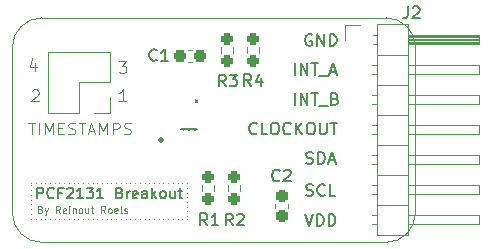
<source format=gto>
%TF.GenerationSoftware,KiCad,Pcbnew,8.0.3*%
%TF.CreationDate,2024-06-23T18:20:20+02:00*%
%TF.ProjectId,PCF2131-breakout,50434632-3133-4312-9d62-7265616b6f75,rev?*%
%TF.SameCoordinates,Original*%
%TF.FileFunction,Legend,Top*%
%TF.FilePolarity,Positive*%
%FSLAX46Y46*%
G04 Gerber Fmt 4.6, Leading zero omitted, Abs format (unit mm)*
G04 Created by KiCad (PCBNEW 8.0.3) date 2024-06-23 18:20:20*
%MOMM*%
%LPD*%
G01*
G04 APERTURE LIST*
G04 Aperture macros list*
%AMRoundRect*
0 Rectangle with rounded corners*
0 $1 Rounding radius*
0 $2 $3 $4 $5 $6 $7 $8 $9 X,Y pos of 4 corners*
0 Add a 4 corners polygon primitive as box body*
4,1,4,$2,$3,$4,$5,$6,$7,$8,$9,$2,$3,0*
0 Add four circle primitives for the rounded corners*
1,1,$1+$1,$2,$3*
1,1,$1+$1,$4,$5*
1,1,$1+$1,$6,$7*
1,1,$1+$1,$8,$9*
0 Add four rect primitives between the rounded corners*
20,1,$1+$1,$2,$3,$4,$5,0*
20,1,$1+$1,$4,$5,$6,$7,0*
20,1,$1+$1,$6,$7,$8,$9,0*
20,1,$1+$1,$8,$9,$2,$3,0*%
G04 Aperture macros list end*
%ADD10C,0.100000*%
%ADD11C,0.075000*%
%ADD12C,0.150000*%
%ADD13C,0.125000*%
%ADD14C,0.254000*%
%ADD15C,0.120000*%
%ADD16C,0.250000*%
%ADD17R,1.700000X1.700000*%
%ADD18O,1.700000X1.700000*%
%ADD19RoundRect,0.237500X-0.300000X-0.237500X0.300000X-0.237500X0.300000X0.237500X-0.300000X0.237500X0*%
%ADD20RoundRect,0.237500X0.237500X-0.250000X0.237500X0.250000X-0.237500X0.250000X-0.237500X-0.250000X0*%
%ADD21RoundRect,0.237500X-0.237500X0.300000X-0.237500X-0.300000X0.237500X-0.300000X0.237500X0.300000X0*%
%ADD22R,0.300000X0.900000*%
%ADD23R,3.850000X2.050000*%
G04 APERTURE END LIST*
D10*
X131141404Y-79524204D02*
G75*
G02*
X128641404Y-82024204I-2500000J0D01*
G01*
X128643534Y-62998665D02*
G75*
G02*
X131143534Y-65498665I0J-2500000D01*
G01*
X97006522Y-65507899D02*
G75*
G02*
X99506522Y-63007899I2500000J0D01*
G01*
X99507639Y-82018381D02*
G75*
G02*
X97007639Y-79518381I0J2500000D01*
G01*
X99507639Y-82018381D02*
X128657639Y-82018381D01*
X99506522Y-63007899D02*
X128750000Y-63000000D01*
X131141686Y-79523151D02*
X131141686Y-65523151D01*
X97007639Y-79518381D02*
X97007639Y-65518381D01*
X98600000Y-77000000D02*
X98600000Y-77000000D01*
X99000000Y-77000000D02*
X99000000Y-77000000D01*
X99400000Y-77000000D02*
X99400000Y-77000000D01*
X99800000Y-77000000D02*
X99800000Y-77000000D01*
X100200000Y-77000000D02*
X100200000Y-77000000D01*
X100600000Y-77000000D02*
X100600000Y-77000000D01*
X101000000Y-77000000D02*
X101000000Y-77000000D01*
X101400000Y-77000000D02*
X101400000Y-77000000D01*
X101800000Y-77000000D02*
X101800000Y-77000000D01*
X102200000Y-77000000D02*
X102200000Y-77000000D01*
X102600000Y-77000000D02*
X102600000Y-77000000D01*
X103000000Y-77000000D02*
X103000000Y-77000000D01*
X103400000Y-77000000D02*
X103400000Y-77000000D01*
X103800000Y-77000000D02*
X103800000Y-77000000D01*
X104200000Y-77000000D02*
X104200000Y-77000000D01*
X104600000Y-77000000D02*
X104600000Y-77000000D01*
X105000000Y-77000000D02*
X105000000Y-77000000D01*
X105400000Y-77000000D02*
X105400000Y-77000000D01*
X105800000Y-77000000D02*
X105800000Y-77000000D01*
X106200000Y-77000000D02*
X106200000Y-77000000D01*
X106600000Y-77000000D02*
X106600000Y-77000000D01*
X107000000Y-77000000D02*
X107000000Y-77000000D01*
X107400000Y-77000000D02*
X107400000Y-77000000D01*
X107800000Y-77000000D02*
X107800000Y-77000000D01*
X108200000Y-77000000D02*
X108200000Y-77000000D01*
X108600000Y-77000000D02*
X108600000Y-77000000D01*
X109000000Y-77000000D02*
X109000000Y-77000000D01*
X109400000Y-77000000D02*
X109400000Y-77000000D01*
X109800000Y-77000000D02*
X109800000Y-77000000D01*
X110200000Y-77000000D02*
X110200000Y-77000000D01*
X110600000Y-77000000D02*
X110600000Y-77000000D01*
X111000000Y-77000000D02*
X111000000Y-77000000D01*
X111400000Y-77000000D02*
X111400000Y-77000000D01*
X111800000Y-77000000D02*
X111800000Y-77000000D01*
X111800000Y-77000000D02*
X111800000Y-77000000D01*
X111800000Y-77400000D02*
X111800000Y-77400000D01*
X111800000Y-77800000D02*
X111800000Y-77800000D01*
X111800000Y-78200000D02*
X111800000Y-78200000D01*
X111800000Y-78600000D02*
X111800000Y-78600000D01*
X111800000Y-79000000D02*
X111800000Y-79000000D01*
X111800000Y-79400000D02*
X111800000Y-79400000D01*
X111800000Y-79800000D02*
X111800000Y-79800000D01*
X111800000Y-80000000D02*
X111800000Y-80000000D01*
X111400000Y-80000000D02*
X111400000Y-80000000D01*
X111000000Y-80000000D02*
X111000000Y-80000000D01*
X110600000Y-80000000D02*
X110600000Y-80000000D01*
X110200000Y-80000000D02*
X110200000Y-80000000D01*
X109800000Y-80000000D02*
X109800000Y-80000000D01*
X109400000Y-80000000D02*
X109400000Y-80000000D01*
X109000000Y-80000000D02*
X109000000Y-80000000D01*
X108600000Y-80000000D02*
X108600000Y-80000000D01*
X108200000Y-80000000D02*
X108200000Y-80000000D01*
X107800000Y-80000000D02*
X107800000Y-80000000D01*
X107400000Y-80000000D02*
X107400000Y-80000000D01*
X107000000Y-80000000D02*
X107000000Y-80000000D01*
X106600000Y-80000000D02*
X106600000Y-80000000D01*
X106200000Y-80000000D02*
X106200000Y-80000000D01*
X105800000Y-80000000D02*
X105800000Y-80000000D01*
X105400000Y-80000000D02*
X105400000Y-80000000D01*
X105000000Y-80000000D02*
X105000000Y-80000000D01*
X104600000Y-80000000D02*
X104600000Y-80000000D01*
X104200000Y-80000000D02*
X104200000Y-80000000D01*
X103800000Y-80000000D02*
X103800000Y-80000000D01*
X103400000Y-80000000D02*
X103400000Y-80000000D01*
X103000000Y-80000000D02*
X103000000Y-80000000D01*
X102600000Y-80000000D02*
X102600000Y-80000000D01*
X102200000Y-80000000D02*
X102200000Y-80000000D01*
X101800000Y-80000000D02*
X101800000Y-80000000D01*
X101400000Y-80000000D02*
X101400000Y-80000000D01*
X101000000Y-80000000D02*
X101000000Y-80000000D01*
X100600000Y-80000000D02*
X100600000Y-80000000D01*
X100200000Y-80000000D02*
X100200000Y-80000000D01*
X99800000Y-80000000D02*
X99800000Y-80000000D01*
X99400000Y-80000000D02*
X99400000Y-80000000D01*
X99000000Y-80000000D02*
X99000000Y-80000000D01*
X98600000Y-80000000D02*
X98600000Y-80000000D01*
X98600000Y-80000000D02*
X98600000Y-80000000D01*
X98600000Y-79600000D02*
X98600000Y-79600000D01*
X98600000Y-79200000D02*
X98600000Y-79200000D01*
X98600000Y-78800000D02*
X98600000Y-78800000D01*
X98600000Y-78400000D02*
X98600000Y-78400000D01*
X98600000Y-78000000D02*
X98600000Y-78000000D01*
X98600000Y-77600000D02*
X98600000Y-77600000D01*
X98600000Y-77200000D02*
X98600000Y-77200000D01*
D11*
X99392199Y-79208385D02*
X99477913Y-79236957D01*
X99477913Y-79236957D02*
X99506484Y-79265528D01*
X99506484Y-79265528D02*
X99535056Y-79322671D01*
X99535056Y-79322671D02*
X99535056Y-79408385D01*
X99535056Y-79408385D02*
X99506484Y-79465528D01*
X99506484Y-79465528D02*
X99477913Y-79494100D01*
X99477913Y-79494100D02*
X99420770Y-79522671D01*
X99420770Y-79522671D02*
X99192199Y-79522671D01*
X99192199Y-79522671D02*
X99192199Y-78922671D01*
X99192199Y-78922671D02*
X99392199Y-78922671D01*
X99392199Y-78922671D02*
X99449342Y-78951242D01*
X99449342Y-78951242D02*
X99477913Y-78979814D01*
X99477913Y-78979814D02*
X99506484Y-79036957D01*
X99506484Y-79036957D02*
X99506484Y-79094100D01*
X99506484Y-79094100D02*
X99477913Y-79151242D01*
X99477913Y-79151242D02*
X99449342Y-79179814D01*
X99449342Y-79179814D02*
X99392199Y-79208385D01*
X99392199Y-79208385D02*
X99192199Y-79208385D01*
X99735056Y-79122671D02*
X99877913Y-79522671D01*
X100020770Y-79122671D02*
X99877913Y-79522671D01*
X99877913Y-79522671D02*
X99820770Y-79665528D01*
X99820770Y-79665528D02*
X99792199Y-79694100D01*
X99792199Y-79694100D02*
X99735056Y-79722671D01*
X101049342Y-79522671D02*
X100849342Y-79236957D01*
X100706485Y-79522671D02*
X100706485Y-78922671D01*
X100706485Y-78922671D02*
X100935056Y-78922671D01*
X100935056Y-78922671D02*
X100992199Y-78951242D01*
X100992199Y-78951242D02*
X101020770Y-78979814D01*
X101020770Y-78979814D02*
X101049342Y-79036957D01*
X101049342Y-79036957D02*
X101049342Y-79122671D01*
X101049342Y-79122671D02*
X101020770Y-79179814D01*
X101020770Y-79179814D02*
X100992199Y-79208385D01*
X100992199Y-79208385D02*
X100935056Y-79236957D01*
X100935056Y-79236957D02*
X100706485Y-79236957D01*
X101535056Y-79494100D02*
X101477913Y-79522671D01*
X101477913Y-79522671D02*
X101363628Y-79522671D01*
X101363628Y-79522671D02*
X101306485Y-79494100D01*
X101306485Y-79494100D02*
X101277913Y-79436957D01*
X101277913Y-79436957D02*
X101277913Y-79208385D01*
X101277913Y-79208385D02*
X101306485Y-79151242D01*
X101306485Y-79151242D02*
X101363628Y-79122671D01*
X101363628Y-79122671D02*
X101477913Y-79122671D01*
X101477913Y-79122671D02*
X101535056Y-79151242D01*
X101535056Y-79151242D02*
X101563628Y-79208385D01*
X101563628Y-79208385D02*
X101563628Y-79265528D01*
X101563628Y-79265528D02*
X101277913Y-79322671D01*
X101820771Y-79522671D02*
X101820771Y-79122671D01*
X101820771Y-78922671D02*
X101792199Y-78951242D01*
X101792199Y-78951242D02*
X101820771Y-78979814D01*
X101820771Y-78979814D02*
X101849342Y-78951242D01*
X101849342Y-78951242D02*
X101820771Y-78922671D01*
X101820771Y-78922671D02*
X101820771Y-78979814D01*
X102106485Y-79122671D02*
X102106485Y-79522671D01*
X102106485Y-79179814D02*
X102135056Y-79151242D01*
X102135056Y-79151242D02*
X102192199Y-79122671D01*
X102192199Y-79122671D02*
X102277913Y-79122671D01*
X102277913Y-79122671D02*
X102335056Y-79151242D01*
X102335056Y-79151242D02*
X102363628Y-79208385D01*
X102363628Y-79208385D02*
X102363628Y-79522671D01*
X102735056Y-79522671D02*
X102677913Y-79494100D01*
X102677913Y-79494100D02*
X102649342Y-79465528D01*
X102649342Y-79465528D02*
X102620770Y-79408385D01*
X102620770Y-79408385D02*
X102620770Y-79236957D01*
X102620770Y-79236957D02*
X102649342Y-79179814D01*
X102649342Y-79179814D02*
X102677913Y-79151242D01*
X102677913Y-79151242D02*
X102735056Y-79122671D01*
X102735056Y-79122671D02*
X102820770Y-79122671D01*
X102820770Y-79122671D02*
X102877913Y-79151242D01*
X102877913Y-79151242D02*
X102906485Y-79179814D01*
X102906485Y-79179814D02*
X102935056Y-79236957D01*
X102935056Y-79236957D02*
X102935056Y-79408385D01*
X102935056Y-79408385D02*
X102906485Y-79465528D01*
X102906485Y-79465528D02*
X102877913Y-79494100D01*
X102877913Y-79494100D02*
X102820770Y-79522671D01*
X102820770Y-79522671D02*
X102735056Y-79522671D01*
X103449342Y-79122671D02*
X103449342Y-79522671D01*
X103192199Y-79122671D02*
X103192199Y-79436957D01*
X103192199Y-79436957D02*
X103220770Y-79494100D01*
X103220770Y-79494100D02*
X103277913Y-79522671D01*
X103277913Y-79522671D02*
X103363627Y-79522671D01*
X103363627Y-79522671D02*
X103420770Y-79494100D01*
X103420770Y-79494100D02*
X103449342Y-79465528D01*
X103649341Y-79122671D02*
X103877913Y-79122671D01*
X103735056Y-78922671D02*
X103735056Y-79436957D01*
X103735056Y-79436957D02*
X103763627Y-79494100D01*
X103763627Y-79494100D02*
X103820770Y-79522671D01*
X103820770Y-79522671D02*
X103877913Y-79522671D01*
X104877913Y-79522671D02*
X104677913Y-79236957D01*
X104535056Y-79522671D02*
X104535056Y-78922671D01*
X104535056Y-78922671D02*
X104763627Y-78922671D01*
X104763627Y-78922671D02*
X104820770Y-78951242D01*
X104820770Y-78951242D02*
X104849341Y-78979814D01*
X104849341Y-78979814D02*
X104877913Y-79036957D01*
X104877913Y-79036957D02*
X104877913Y-79122671D01*
X104877913Y-79122671D02*
X104849341Y-79179814D01*
X104849341Y-79179814D02*
X104820770Y-79208385D01*
X104820770Y-79208385D02*
X104763627Y-79236957D01*
X104763627Y-79236957D02*
X104535056Y-79236957D01*
X105220770Y-79522671D02*
X105163627Y-79494100D01*
X105163627Y-79494100D02*
X105135056Y-79465528D01*
X105135056Y-79465528D02*
X105106484Y-79408385D01*
X105106484Y-79408385D02*
X105106484Y-79236957D01*
X105106484Y-79236957D02*
X105135056Y-79179814D01*
X105135056Y-79179814D02*
X105163627Y-79151242D01*
X105163627Y-79151242D02*
X105220770Y-79122671D01*
X105220770Y-79122671D02*
X105306484Y-79122671D01*
X105306484Y-79122671D02*
X105363627Y-79151242D01*
X105363627Y-79151242D02*
X105392199Y-79179814D01*
X105392199Y-79179814D02*
X105420770Y-79236957D01*
X105420770Y-79236957D02*
X105420770Y-79408385D01*
X105420770Y-79408385D02*
X105392199Y-79465528D01*
X105392199Y-79465528D02*
X105363627Y-79494100D01*
X105363627Y-79494100D02*
X105306484Y-79522671D01*
X105306484Y-79522671D02*
X105220770Y-79522671D01*
X105906484Y-79494100D02*
X105849341Y-79522671D01*
X105849341Y-79522671D02*
X105735056Y-79522671D01*
X105735056Y-79522671D02*
X105677913Y-79494100D01*
X105677913Y-79494100D02*
X105649341Y-79436957D01*
X105649341Y-79436957D02*
X105649341Y-79208385D01*
X105649341Y-79208385D02*
X105677913Y-79151242D01*
X105677913Y-79151242D02*
X105735056Y-79122671D01*
X105735056Y-79122671D02*
X105849341Y-79122671D01*
X105849341Y-79122671D02*
X105906484Y-79151242D01*
X105906484Y-79151242D02*
X105935056Y-79208385D01*
X105935056Y-79208385D02*
X105935056Y-79265528D01*
X105935056Y-79265528D02*
X105649341Y-79322671D01*
X106277913Y-79522671D02*
X106220770Y-79494100D01*
X106220770Y-79494100D02*
X106192199Y-79436957D01*
X106192199Y-79436957D02*
X106192199Y-78922671D01*
X106477913Y-79494100D02*
X106535056Y-79522671D01*
X106535056Y-79522671D02*
X106649342Y-79522671D01*
X106649342Y-79522671D02*
X106706485Y-79494100D01*
X106706485Y-79494100D02*
X106735056Y-79436957D01*
X106735056Y-79436957D02*
X106735056Y-79408385D01*
X106735056Y-79408385D02*
X106706485Y-79351242D01*
X106706485Y-79351242D02*
X106649342Y-79322671D01*
X106649342Y-79322671D02*
X106563628Y-79322671D01*
X106563628Y-79322671D02*
X106506485Y-79294100D01*
X106506485Y-79294100D02*
X106477913Y-79236957D01*
X106477913Y-79236957D02*
X106477913Y-79208385D01*
X106477913Y-79208385D02*
X106506485Y-79151242D01*
X106506485Y-79151242D02*
X106563628Y-79122671D01*
X106563628Y-79122671D02*
X106649342Y-79122671D01*
X106649342Y-79122671D02*
X106706485Y-79151242D01*
D12*
X99112969Y-78282057D02*
X99112969Y-77382057D01*
X99112969Y-77382057D02*
X99455826Y-77382057D01*
X99455826Y-77382057D02*
X99541541Y-77424914D01*
X99541541Y-77424914D02*
X99584398Y-77467771D01*
X99584398Y-77467771D02*
X99627255Y-77553485D01*
X99627255Y-77553485D02*
X99627255Y-77682057D01*
X99627255Y-77682057D02*
X99584398Y-77767771D01*
X99584398Y-77767771D02*
X99541541Y-77810628D01*
X99541541Y-77810628D02*
X99455826Y-77853485D01*
X99455826Y-77853485D02*
X99112969Y-77853485D01*
X100527255Y-78196342D02*
X100484398Y-78239200D01*
X100484398Y-78239200D02*
X100355826Y-78282057D01*
X100355826Y-78282057D02*
X100270112Y-78282057D01*
X100270112Y-78282057D02*
X100141541Y-78239200D01*
X100141541Y-78239200D02*
X100055826Y-78153485D01*
X100055826Y-78153485D02*
X100012969Y-78067771D01*
X100012969Y-78067771D02*
X99970112Y-77896342D01*
X99970112Y-77896342D02*
X99970112Y-77767771D01*
X99970112Y-77767771D02*
X100012969Y-77596342D01*
X100012969Y-77596342D02*
X100055826Y-77510628D01*
X100055826Y-77510628D02*
X100141541Y-77424914D01*
X100141541Y-77424914D02*
X100270112Y-77382057D01*
X100270112Y-77382057D02*
X100355826Y-77382057D01*
X100355826Y-77382057D02*
X100484398Y-77424914D01*
X100484398Y-77424914D02*
X100527255Y-77467771D01*
X101212969Y-77810628D02*
X100912969Y-77810628D01*
X100912969Y-78282057D02*
X100912969Y-77382057D01*
X100912969Y-77382057D02*
X101341541Y-77382057D01*
X101641541Y-77467771D02*
X101684398Y-77424914D01*
X101684398Y-77424914D02*
X101770113Y-77382057D01*
X101770113Y-77382057D02*
X101984398Y-77382057D01*
X101984398Y-77382057D02*
X102070113Y-77424914D01*
X102070113Y-77424914D02*
X102112970Y-77467771D01*
X102112970Y-77467771D02*
X102155827Y-77553485D01*
X102155827Y-77553485D02*
X102155827Y-77639200D01*
X102155827Y-77639200D02*
X102112970Y-77767771D01*
X102112970Y-77767771D02*
X101598684Y-78282057D01*
X101598684Y-78282057D02*
X102155827Y-78282057D01*
X103012970Y-78282057D02*
X102498684Y-78282057D01*
X102755827Y-78282057D02*
X102755827Y-77382057D01*
X102755827Y-77382057D02*
X102670113Y-77510628D01*
X102670113Y-77510628D02*
X102584398Y-77596342D01*
X102584398Y-77596342D02*
X102498684Y-77639200D01*
X103312970Y-77382057D02*
X103870113Y-77382057D01*
X103870113Y-77382057D02*
X103570113Y-77724914D01*
X103570113Y-77724914D02*
X103698684Y-77724914D01*
X103698684Y-77724914D02*
X103784399Y-77767771D01*
X103784399Y-77767771D02*
X103827256Y-77810628D01*
X103827256Y-77810628D02*
X103870113Y-77896342D01*
X103870113Y-77896342D02*
X103870113Y-78110628D01*
X103870113Y-78110628D02*
X103827256Y-78196342D01*
X103827256Y-78196342D02*
X103784399Y-78239200D01*
X103784399Y-78239200D02*
X103698684Y-78282057D01*
X103698684Y-78282057D02*
X103441541Y-78282057D01*
X103441541Y-78282057D02*
X103355827Y-78239200D01*
X103355827Y-78239200D02*
X103312970Y-78196342D01*
X104727256Y-78282057D02*
X104212970Y-78282057D01*
X104470113Y-78282057D02*
X104470113Y-77382057D01*
X104470113Y-77382057D02*
X104384399Y-77510628D01*
X104384399Y-77510628D02*
X104298684Y-77596342D01*
X104298684Y-77596342D02*
X104212970Y-77639200D01*
X106098684Y-77810628D02*
X106227256Y-77853485D01*
X106227256Y-77853485D02*
X106270113Y-77896342D01*
X106270113Y-77896342D02*
X106312970Y-77982057D01*
X106312970Y-77982057D02*
X106312970Y-78110628D01*
X106312970Y-78110628D02*
X106270113Y-78196342D01*
X106270113Y-78196342D02*
X106227256Y-78239200D01*
X106227256Y-78239200D02*
X106141541Y-78282057D01*
X106141541Y-78282057D02*
X105798684Y-78282057D01*
X105798684Y-78282057D02*
X105798684Y-77382057D01*
X105798684Y-77382057D02*
X106098684Y-77382057D01*
X106098684Y-77382057D02*
X106184399Y-77424914D01*
X106184399Y-77424914D02*
X106227256Y-77467771D01*
X106227256Y-77467771D02*
X106270113Y-77553485D01*
X106270113Y-77553485D02*
X106270113Y-77639200D01*
X106270113Y-77639200D02*
X106227256Y-77724914D01*
X106227256Y-77724914D02*
X106184399Y-77767771D01*
X106184399Y-77767771D02*
X106098684Y-77810628D01*
X106098684Y-77810628D02*
X105798684Y-77810628D01*
X106698684Y-78282057D02*
X106698684Y-77682057D01*
X106698684Y-77853485D02*
X106741541Y-77767771D01*
X106741541Y-77767771D02*
X106784399Y-77724914D01*
X106784399Y-77724914D02*
X106870113Y-77682057D01*
X106870113Y-77682057D02*
X106955827Y-77682057D01*
X107598684Y-78239200D02*
X107512970Y-78282057D01*
X107512970Y-78282057D02*
X107341542Y-78282057D01*
X107341542Y-78282057D02*
X107255827Y-78239200D01*
X107255827Y-78239200D02*
X107212970Y-78153485D01*
X107212970Y-78153485D02*
X107212970Y-77810628D01*
X107212970Y-77810628D02*
X107255827Y-77724914D01*
X107255827Y-77724914D02*
X107341542Y-77682057D01*
X107341542Y-77682057D02*
X107512970Y-77682057D01*
X107512970Y-77682057D02*
X107598684Y-77724914D01*
X107598684Y-77724914D02*
X107641542Y-77810628D01*
X107641542Y-77810628D02*
X107641542Y-77896342D01*
X107641542Y-77896342D02*
X107212970Y-77982057D01*
X108412971Y-78282057D02*
X108412971Y-77810628D01*
X108412971Y-77810628D02*
X108370113Y-77724914D01*
X108370113Y-77724914D02*
X108284399Y-77682057D01*
X108284399Y-77682057D02*
X108112971Y-77682057D01*
X108112971Y-77682057D02*
X108027256Y-77724914D01*
X108412971Y-78239200D02*
X108327256Y-78282057D01*
X108327256Y-78282057D02*
X108112971Y-78282057D01*
X108112971Y-78282057D02*
X108027256Y-78239200D01*
X108027256Y-78239200D02*
X107984399Y-78153485D01*
X107984399Y-78153485D02*
X107984399Y-78067771D01*
X107984399Y-78067771D02*
X108027256Y-77982057D01*
X108027256Y-77982057D02*
X108112971Y-77939200D01*
X108112971Y-77939200D02*
X108327256Y-77939200D01*
X108327256Y-77939200D02*
X108412971Y-77896342D01*
X108841542Y-78282057D02*
X108841542Y-77382057D01*
X108927257Y-77939200D02*
X109184399Y-78282057D01*
X109184399Y-77682057D02*
X108841542Y-78024914D01*
X109698685Y-78282057D02*
X109612970Y-78239200D01*
X109612970Y-78239200D02*
X109570113Y-78196342D01*
X109570113Y-78196342D02*
X109527256Y-78110628D01*
X109527256Y-78110628D02*
X109527256Y-77853485D01*
X109527256Y-77853485D02*
X109570113Y-77767771D01*
X109570113Y-77767771D02*
X109612970Y-77724914D01*
X109612970Y-77724914D02*
X109698685Y-77682057D01*
X109698685Y-77682057D02*
X109827256Y-77682057D01*
X109827256Y-77682057D02*
X109912970Y-77724914D01*
X109912970Y-77724914D02*
X109955828Y-77767771D01*
X109955828Y-77767771D02*
X109998685Y-77853485D01*
X109998685Y-77853485D02*
X109998685Y-78110628D01*
X109998685Y-78110628D02*
X109955828Y-78196342D01*
X109955828Y-78196342D02*
X109912970Y-78239200D01*
X109912970Y-78239200D02*
X109827256Y-78282057D01*
X109827256Y-78282057D02*
X109698685Y-78282057D01*
X110770114Y-77682057D02*
X110770114Y-78282057D01*
X110384399Y-77682057D02*
X110384399Y-78153485D01*
X110384399Y-78153485D02*
X110427256Y-78239200D01*
X110427256Y-78239200D02*
X110512971Y-78282057D01*
X110512971Y-78282057D02*
X110641542Y-78282057D01*
X110641542Y-78282057D02*
X110727256Y-78239200D01*
X110727256Y-78239200D02*
X110770114Y-78196342D01*
X111070114Y-77682057D02*
X111412971Y-77682057D01*
X111198685Y-77382057D02*
X111198685Y-78153485D01*
X111198685Y-78153485D02*
X111241542Y-78239200D01*
X111241542Y-78239200D02*
X111327257Y-78282057D01*
X111327257Y-78282057D02*
X111412971Y-78282057D01*
D13*
X98672712Y-69166357D02*
X98720331Y-69118738D01*
X98720331Y-69118738D02*
X98815569Y-69071119D01*
X98815569Y-69071119D02*
X99053664Y-69071119D01*
X99053664Y-69071119D02*
X99148902Y-69118738D01*
X99148902Y-69118738D02*
X99196521Y-69166357D01*
X99196521Y-69166357D02*
X99244140Y-69261595D01*
X99244140Y-69261595D02*
X99244140Y-69356833D01*
X99244140Y-69356833D02*
X99196521Y-69499690D01*
X99196521Y-69499690D02*
X98625093Y-70071119D01*
X98625093Y-70071119D02*
X99244140Y-70071119D01*
X98948902Y-66804452D02*
X98948902Y-67471119D01*
X98710807Y-66423500D02*
X98472712Y-67137785D01*
X98472712Y-67137785D02*
X99091759Y-67137785D01*
X106025093Y-66671119D02*
X106644140Y-66671119D01*
X106644140Y-66671119D02*
X106310807Y-67052071D01*
X106310807Y-67052071D02*
X106453664Y-67052071D01*
X106453664Y-67052071D02*
X106548902Y-67099690D01*
X106548902Y-67099690D02*
X106596521Y-67147309D01*
X106596521Y-67147309D02*
X106644140Y-67242547D01*
X106644140Y-67242547D02*
X106644140Y-67480642D01*
X106644140Y-67480642D02*
X106596521Y-67575880D01*
X106596521Y-67575880D02*
X106548902Y-67623500D01*
X106548902Y-67623500D02*
X106453664Y-67671119D01*
X106453664Y-67671119D02*
X106167950Y-67671119D01*
X106167950Y-67671119D02*
X106072712Y-67623500D01*
X106072712Y-67623500D02*
X106025093Y-67575880D01*
X106644140Y-70071119D02*
X106072712Y-70071119D01*
X106358426Y-70071119D02*
X106358426Y-69071119D01*
X106358426Y-69071119D02*
X106263188Y-69213976D01*
X106263188Y-69213976D02*
X106167950Y-69309214D01*
X106167950Y-69309214D02*
X106072712Y-69356833D01*
X98377474Y-71871119D02*
X98948902Y-71871119D01*
X98663188Y-72871119D02*
X98663188Y-71871119D01*
X99282236Y-72871119D02*
X99282236Y-71871119D01*
X99758426Y-72871119D02*
X99758426Y-71871119D01*
X99758426Y-71871119D02*
X100091759Y-72585404D01*
X100091759Y-72585404D02*
X100425092Y-71871119D01*
X100425092Y-71871119D02*
X100425092Y-72871119D01*
X100901283Y-72347309D02*
X101234616Y-72347309D01*
X101377473Y-72871119D02*
X100901283Y-72871119D01*
X100901283Y-72871119D02*
X100901283Y-71871119D01*
X100901283Y-71871119D02*
X101377473Y-71871119D01*
X101758426Y-72823500D02*
X101901283Y-72871119D01*
X101901283Y-72871119D02*
X102139378Y-72871119D01*
X102139378Y-72871119D02*
X102234616Y-72823500D01*
X102234616Y-72823500D02*
X102282235Y-72775880D01*
X102282235Y-72775880D02*
X102329854Y-72680642D01*
X102329854Y-72680642D02*
X102329854Y-72585404D01*
X102329854Y-72585404D02*
X102282235Y-72490166D01*
X102282235Y-72490166D02*
X102234616Y-72442547D01*
X102234616Y-72442547D02*
X102139378Y-72394928D01*
X102139378Y-72394928D02*
X101948902Y-72347309D01*
X101948902Y-72347309D02*
X101853664Y-72299690D01*
X101853664Y-72299690D02*
X101806045Y-72252071D01*
X101806045Y-72252071D02*
X101758426Y-72156833D01*
X101758426Y-72156833D02*
X101758426Y-72061595D01*
X101758426Y-72061595D02*
X101806045Y-71966357D01*
X101806045Y-71966357D02*
X101853664Y-71918738D01*
X101853664Y-71918738D02*
X101948902Y-71871119D01*
X101948902Y-71871119D02*
X102186997Y-71871119D01*
X102186997Y-71871119D02*
X102329854Y-71918738D01*
X102615569Y-71871119D02*
X103186997Y-71871119D01*
X102901283Y-72871119D02*
X102901283Y-71871119D01*
X103472712Y-72585404D02*
X103948902Y-72585404D01*
X103377474Y-72871119D02*
X103710807Y-71871119D01*
X103710807Y-71871119D02*
X104044140Y-72871119D01*
X104377474Y-72871119D02*
X104377474Y-71871119D01*
X104377474Y-71871119D02*
X104710807Y-72585404D01*
X104710807Y-72585404D02*
X105044140Y-71871119D01*
X105044140Y-71871119D02*
X105044140Y-72871119D01*
X105520331Y-72871119D02*
X105520331Y-71871119D01*
X105520331Y-71871119D02*
X105901283Y-71871119D01*
X105901283Y-71871119D02*
X105996521Y-71918738D01*
X105996521Y-71918738D02*
X106044140Y-71966357D01*
X106044140Y-71966357D02*
X106091759Y-72061595D01*
X106091759Y-72061595D02*
X106091759Y-72204452D01*
X106091759Y-72204452D02*
X106044140Y-72299690D01*
X106044140Y-72299690D02*
X105996521Y-72347309D01*
X105996521Y-72347309D02*
X105901283Y-72394928D01*
X105901283Y-72394928D02*
X105520331Y-72394928D01*
X106472712Y-72823500D02*
X106615569Y-72871119D01*
X106615569Y-72871119D02*
X106853664Y-72871119D01*
X106853664Y-72871119D02*
X106948902Y-72823500D01*
X106948902Y-72823500D02*
X106996521Y-72775880D01*
X106996521Y-72775880D02*
X107044140Y-72680642D01*
X107044140Y-72680642D02*
X107044140Y-72585404D01*
X107044140Y-72585404D02*
X106996521Y-72490166D01*
X106996521Y-72490166D02*
X106948902Y-72442547D01*
X106948902Y-72442547D02*
X106853664Y-72394928D01*
X106853664Y-72394928D02*
X106663188Y-72347309D01*
X106663188Y-72347309D02*
X106567950Y-72299690D01*
X106567950Y-72299690D02*
X106520331Y-72252071D01*
X106520331Y-72252071D02*
X106472712Y-72156833D01*
X106472712Y-72156833D02*
X106472712Y-72061595D01*
X106472712Y-72061595D02*
X106520331Y-71966357D01*
X106520331Y-71966357D02*
X106567950Y-71918738D01*
X106567950Y-71918738D02*
X106663188Y-71871119D01*
X106663188Y-71871119D02*
X106901283Y-71871119D01*
X106901283Y-71871119D02*
X107044140Y-71918738D01*
D12*
X122360588Y-64417438D02*
X122265350Y-64369819D01*
X122265350Y-64369819D02*
X122122493Y-64369819D01*
X122122493Y-64369819D02*
X121979636Y-64417438D01*
X121979636Y-64417438D02*
X121884398Y-64512676D01*
X121884398Y-64512676D02*
X121836779Y-64607914D01*
X121836779Y-64607914D02*
X121789160Y-64798390D01*
X121789160Y-64798390D02*
X121789160Y-64941247D01*
X121789160Y-64941247D02*
X121836779Y-65131723D01*
X121836779Y-65131723D02*
X121884398Y-65226961D01*
X121884398Y-65226961D02*
X121979636Y-65322200D01*
X121979636Y-65322200D02*
X122122493Y-65369819D01*
X122122493Y-65369819D02*
X122217731Y-65369819D01*
X122217731Y-65369819D02*
X122360588Y-65322200D01*
X122360588Y-65322200D02*
X122408207Y-65274580D01*
X122408207Y-65274580D02*
X122408207Y-64941247D01*
X122408207Y-64941247D02*
X122217731Y-64941247D01*
X122836779Y-65369819D02*
X122836779Y-64369819D01*
X122836779Y-64369819D02*
X123408207Y-65369819D01*
X123408207Y-65369819D02*
X123408207Y-64369819D01*
X123884398Y-65369819D02*
X123884398Y-64369819D01*
X123884398Y-64369819D02*
X124122493Y-64369819D01*
X124122493Y-64369819D02*
X124265350Y-64417438D01*
X124265350Y-64417438D02*
X124360588Y-64512676D01*
X124360588Y-64512676D02*
X124408207Y-64607914D01*
X124408207Y-64607914D02*
X124455826Y-64798390D01*
X124455826Y-64798390D02*
X124455826Y-64941247D01*
X124455826Y-64941247D02*
X124408207Y-65131723D01*
X124408207Y-65131723D02*
X124360588Y-65226961D01*
X124360588Y-65226961D02*
X124265350Y-65322200D01*
X124265350Y-65322200D02*
X124122493Y-65369819D01*
X124122493Y-65369819D02*
X123884398Y-65369819D01*
X120936779Y-67869819D02*
X120936779Y-66869819D01*
X121412969Y-67869819D02*
X121412969Y-66869819D01*
X121412969Y-66869819D02*
X121984397Y-67869819D01*
X121984397Y-67869819D02*
X121984397Y-66869819D01*
X122317731Y-66869819D02*
X122889159Y-66869819D01*
X122603445Y-67869819D02*
X122603445Y-66869819D01*
X122984398Y-67965057D02*
X123746302Y-67965057D01*
X123936779Y-67584104D02*
X124412969Y-67584104D01*
X123841541Y-67869819D02*
X124174874Y-66869819D01*
X124174874Y-66869819D02*
X124508207Y-67869819D01*
X120936779Y-70369819D02*
X120936779Y-69369819D01*
X121412969Y-70369819D02*
X121412969Y-69369819D01*
X121412969Y-69369819D02*
X121984397Y-70369819D01*
X121984397Y-70369819D02*
X121984397Y-69369819D01*
X122317731Y-69369819D02*
X122889159Y-69369819D01*
X122603445Y-70369819D02*
X122603445Y-69369819D01*
X122984398Y-70465057D02*
X123746302Y-70465057D01*
X124317731Y-69846009D02*
X124460588Y-69893628D01*
X124460588Y-69893628D02*
X124508207Y-69941247D01*
X124508207Y-69941247D02*
X124555826Y-70036485D01*
X124555826Y-70036485D02*
X124555826Y-70179342D01*
X124555826Y-70179342D02*
X124508207Y-70274580D01*
X124508207Y-70274580D02*
X124460588Y-70322200D01*
X124460588Y-70322200D02*
X124365350Y-70369819D01*
X124365350Y-70369819D02*
X123984398Y-70369819D01*
X123984398Y-70369819D02*
X123984398Y-69369819D01*
X123984398Y-69369819D02*
X124317731Y-69369819D01*
X124317731Y-69369819D02*
X124412969Y-69417438D01*
X124412969Y-69417438D02*
X124460588Y-69465057D01*
X124460588Y-69465057D02*
X124508207Y-69560295D01*
X124508207Y-69560295D02*
X124508207Y-69655533D01*
X124508207Y-69655533D02*
X124460588Y-69750771D01*
X124460588Y-69750771D02*
X124412969Y-69798390D01*
X124412969Y-69798390D02*
X124317731Y-69846009D01*
X124317731Y-69846009D02*
X123984398Y-69846009D01*
X117708207Y-72774580D02*
X117660588Y-72822200D01*
X117660588Y-72822200D02*
X117517731Y-72869819D01*
X117517731Y-72869819D02*
X117422493Y-72869819D01*
X117422493Y-72869819D02*
X117279636Y-72822200D01*
X117279636Y-72822200D02*
X117184398Y-72726961D01*
X117184398Y-72726961D02*
X117136779Y-72631723D01*
X117136779Y-72631723D02*
X117089160Y-72441247D01*
X117089160Y-72441247D02*
X117089160Y-72298390D01*
X117089160Y-72298390D02*
X117136779Y-72107914D01*
X117136779Y-72107914D02*
X117184398Y-72012676D01*
X117184398Y-72012676D02*
X117279636Y-71917438D01*
X117279636Y-71917438D02*
X117422493Y-71869819D01*
X117422493Y-71869819D02*
X117517731Y-71869819D01*
X117517731Y-71869819D02*
X117660588Y-71917438D01*
X117660588Y-71917438D02*
X117708207Y-71965057D01*
X118612969Y-72869819D02*
X118136779Y-72869819D01*
X118136779Y-72869819D02*
X118136779Y-71869819D01*
X119136779Y-71869819D02*
X119327255Y-71869819D01*
X119327255Y-71869819D02*
X119422493Y-71917438D01*
X119422493Y-71917438D02*
X119517731Y-72012676D01*
X119517731Y-72012676D02*
X119565350Y-72203152D01*
X119565350Y-72203152D02*
X119565350Y-72536485D01*
X119565350Y-72536485D02*
X119517731Y-72726961D01*
X119517731Y-72726961D02*
X119422493Y-72822200D01*
X119422493Y-72822200D02*
X119327255Y-72869819D01*
X119327255Y-72869819D02*
X119136779Y-72869819D01*
X119136779Y-72869819D02*
X119041541Y-72822200D01*
X119041541Y-72822200D02*
X118946303Y-72726961D01*
X118946303Y-72726961D02*
X118898684Y-72536485D01*
X118898684Y-72536485D02*
X118898684Y-72203152D01*
X118898684Y-72203152D02*
X118946303Y-72012676D01*
X118946303Y-72012676D02*
X119041541Y-71917438D01*
X119041541Y-71917438D02*
X119136779Y-71869819D01*
X120565350Y-72774580D02*
X120517731Y-72822200D01*
X120517731Y-72822200D02*
X120374874Y-72869819D01*
X120374874Y-72869819D02*
X120279636Y-72869819D01*
X120279636Y-72869819D02*
X120136779Y-72822200D01*
X120136779Y-72822200D02*
X120041541Y-72726961D01*
X120041541Y-72726961D02*
X119993922Y-72631723D01*
X119993922Y-72631723D02*
X119946303Y-72441247D01*
X119946303Y-72441247D02*
X119946303Y-72298390D01*
X119946303Y-72298390D02*
X119993922Y-72107914D01*
X119993922Y-72107914D02*
X120041541Y-72012676D01*
X120041541Y-72012676D02*
X120136779Y-71917438D01*
X120136779Y-71917438D02*
X120279636Y-71869819D01*
X120279636Y-71869819D02*
X120374874Y-71869819D01*
X120374874Y-71869819D02*
X120517731Y-71917438D01*
X120517731Y-71917438D02*
X120565350Y-71965057D01*
X120993922Y-72869819D02*
X120993922Y-71869819D01*
X121565350Y-72869819D02*
X121136779Y-72298390D01*
X121565350Y-71869819D02*
X120993922Y-72441247D01*
X122184398Y-71869819D02*
X122374874Y-71869819D01*
X122374874Y-71869819D02*
X122470112Y-71917438D01*
X122470112Y-71917438D02*
X122565350Y-72012676D01*
X122565350Y-72012676D02*
X122612969Y-72203152D01*
X122612969Y-72203152D02*
X122612969Y-72536485D01*
X122612969Y-72536485D02*
X122565350Y-72726961D01*
X122565350Y-72726961D02*
X122470112Y-72822200D01*
X122470112Y-72822200D02*
X122374874Y-72869819D01*
X122374874Y-72869819D02*
X122184398Y-72869819D01*
X122184398Y-72869819D02*
X122089160Y-72822200D01*
X122089160Y-72822200D02*
X121993922Y-72726961D01*
X121993922Y-72726961D02*
X121946303Y-72536485D01*
X121946303Y-72536485D02*
X121946303Y-72203152D01*
X121946303Y-72203152D02*
X121993922Y-72012676D01*
X121993922Y-72012676D02*
X122089160Y-71917438D01*
X122089160Y-71917438D02*
X122184398Y-71869819D01*
X123041541Y-71869819D02*
X123041541Y-72679342D01*
X123041541Y-72679342D02*
X123089160Y-72774580D01*
X123089160Y-72774580D02*
X123136779Y-72822200D01*
X123136779Y-72822200D02*
X123232017Y-72869819D01*
X123232017Y-72869819D02*
X123422493Y-72869819D01*
X123422493Y-72869819D02*
X123517731Y-72822200D01*
X123517731Y-72822200D02*
X123565350Y-72774580D01*
X123565350Y-72774580D02*
X123612969Y-72679342D01*
X123612969Y-72679342D02*
X123612969Y-71869819D01*
X123946303Y-71869819D02*
X124517731Y-71869819D01*
X124232017Y-72869819D02*
X124232017Y-71869819D01*
X121889160Y-75322200D02*
X122032017Y-75369819D01*
X122032017Y-75369819D02*
X122270112Y-75369819D01*
X122270112Y-75369819D02*
X122365350Y-75322200D01*
X122365350Y-75322200D02*
X122412969Y-75274580D01*
X122412969Y-75274580D02*
X122460588Y-75179342D01*
X122460588Y-75179342D02*
X122460588Y-75084104D01*
X122460588Y-75084104D02*
X122412969Y-74988866D01*
X122412969Y-74988866D02*
X122365350Y-74941247D01*
X122365350Y-74941247D02*
X122270112Y-74893628D01*
X122270112Y-74893628D02*
X122079636Y-74846009D01*
X122079636Y-74846009D02*
X121984398Y-74798390D01*
X121984398Y-74798390D02*
X121936779Y-74750771D01*
X121936779Y-74750771D02*
X121889160Y-74655533D01*
X121889160Y-74655533D02*
X121889160Y-74560295D01*
X121889160Y-74560295D02*
X121936779Y-74465057D01*
X121936779Y-74465057D02*
X121984398Y-74417438D01*
X121984398Y-74417438D02*
X122079636Y-74369819D01*
X122079636Y-74369819D02*
X122317731Y-74369819D01*
X122317731Y-74369819D02*
X122460588Y-74417438D01*
X122889160Y-75369819D02*
X122889160Y-74369819D01*
X122889160Y-74369819D02*
X123127255Y-74369819D01*
X123127255Y-74369819D02*
X123270112Y-74417438D01*
X123270112Y-74417438D02*
X123365350Y-74512676D01*
X123365350Y-74512676D02*
X123412969Y-74607914D01*
X123412969Y-74607914D02*
X123460588Y-74798390D01*
X123460588Y-74798390D02*
X123460588Y-74941247D01*
X123460588Y-74941247D02*
X123412969Y-75131723D01*
X123412969Y-75131723D02*
X123365350Y-75226961D01*
X123365350Y-75226961D02*
X123270112Y-75322200D01*
X123270112Y-75322200D02*
X123127255Y-75369819D01*
X123127255Y-75369819D02*
X122889160Y-75369819D01*
X123841541Y-75084104D02*
X124317731Y-75084104D01*
X123746303Y-75369819D02*
X124079636Y-74369819D01*
X124079636Y-74369819D02*
X124412969Y-75369819D01*
X121889160Y-78022200D02*
X122032017Y-78069819D01*
X122032017Y-78069819D02*
X122270112Y-78069819D01*
X122270112Y-78069819D02*
X122365350Y-78022200D01*
X122365350Y-78022200D02*
X122412969Y-77974580D01*
X122412969Y-77974580D02*
X122460588Y-77879342D01*
X122460588Y-77879342D02*
X122460588Y-77784104D01*
X122460588Y-77784104D02*
X122412969Y-77688866D01*
X122412969Y-77688866D02*
X122365350Y-77641247D01*
X122365350Y-77641247D02*
X122270112Y-77593628D01*
X122270112Y-77593628D02*
X122079636Y-77546009D01*
X122079636Y-77546009D02*
X121984398Y-77498390D01*
X121984398Y-77498390D02*
X121936779Y-77450771D01*
X121936779Y-77450771D02*
X121889160Y-77355533D01*
X121889160Y-77355533D02*
X121889160Y-77260295D01*
X121889160Y-77260295D02*
X121936779Y-77165057D01*
X121936779Y-77165057D02*
X121984398Y-77117438D01*
X121984398Y-77117438D02*
X122079636Y-77069819D01*
X122079636Y-77069819D02*
X122317731Y-77069819D01*
X122317731Y-77069819D02*
X122460588Y-77117438D01*
X123460588Y-77974580D02*
X123412969Y-78022200D01*
X123412969Y-78022200D02*
X123270112Y-78069819D01*
X123270112Y-78069819D02*
X123174874Y-78069819D01*
X123174874Y-78069819D02*
X123032017Y-78022200D01*
X123032017Y-78022200D02*
X122936779Y-77926961D01*
X122936779Y-77926961D02*
X122889160Y-77831723D01*
X122889160Y-77831723D02*
X122841541Y-77641247D01*
X122841541Y-77641247D02*
X122841541Y-77498390D01*
X122841541Y-77498390D02*
X122889160Y-77307914D01*
X122889160Y-77307914D02*
X122936779Y-77212676D01*
X122936779Y-77212676D02*
X123032017Y-77117438D01*
X123032017Y-77117438D02*
X123174874Y-77069819D01*
X123174874Y-77069819D02*
X123270112Y-77069819D01*
X123270112Y-77069819D02*
X123412969Y-77117438D01*
X123412969Y-77117438D02*
X123460588Y-77165057D01*
X124365350Y-78069819D02*
X123889160Y-78069819D01*
X123889160Y-78069819D02*
X123889160Y-77069819D01*
X121793922Y-79619819D02*
X122127255Y-80619819D01*
X122127255Y-80619819D02*
X122460588Y-79619819D01*
X122793922Y-80619819D02*
X122793922Y-79619819D01*
X122793922Y-79619819D02*
X123032017Y-79619819D01*
X123032017Y-79619819D02*
X123174874Y-79667438D01*
X123174874Y-79667438D02*
X123270112Y-79762676D01*
X123270112Y-79762676D02*
X123317731Y-79857914D01*
X123317731Y-79857914D02*
X123365350Y-80048390D01*
X123365350Y-80048390D02*
X123365350Y-80191247D01*
X123365350Y-80191247D02*
X123317731Y-80381723D01*
X123317731Y-80381723D02*
X123270112Y-80476961D01*
X123270112Y-80476961D02*
X123174874Y-80572200D01*
X123174874Y-80572200D02*
X123032017Y-80619819D01*
X123032017Y-80619819D02*
X122793922Y-80619819D01*
X123793922Y-80619819D02*
X123793922Y-79619819D01*
X123793922Y-79619819D02*
X124032017Y-79619819D01*
X124032017Y-79619819D02*
X124174874Y-79667438D01*
X124174874Y-79667438D02*
X124270112Y-79762676D01*
X124270112Y-79762676D02*
X124317731Y-79857914D01*
X124317731Y-79857914D02*
X124365350Y-80048390D01*
X124365350Y-80048390D02*
X124365350Y-80191247D01*
X124365350Y-80191247D02*
X124317731Y-80381723D01*
X124317731Y-80381723D02*
X124270112Y-80476961D01*
X124270112Y-80476961D02*
X124174874Y-80572200D01*
X124174874Y-80572200D02*
X124032017Y-80619819D01*
X124032017Y-80619819D02*
X123793922Y-80619819D01*
X130489442Y-62044396D02*
X130489442Y-62758681D01*
X130489442Y-62758681D02*
X130441823Y-62901538D01*
X130441823Y-62901538D02*
X130346585Y-62996777D01*
X130346585Y-62996777D02*
X130203728Y-63044396D01*
X130203728Y-63044396D02*
X130108490Y-63044396D01*
X130918014Y-62139634D02*
X130965633Y-62092015D01*
X130965633Y-62092015D02*
X131060871Y-62044396D01*
X131060871Y-62044396D02*
X131298966Y-62044396D01*
X131298966Y-62044396D02*
X131394204Y-62092015D01*
X131394204Y-62092015D02*
X131441823Y-62139634D01*
X131441823Y-62139634D02*
X131489442Y-62234872D01*
X131489442Y-62234872D02*
X131489442Y-62330110D01*
X131489442Y-62330110D02*
X131441823Y-62472967D01*
X131441823Y-62472967D02*
X130870395Y-63044396D01*
X130870395Y-63044396D02*
X131489442Y-63044396D01*
X109233333Y-66559580D02*
X109185714Y-66607200D01*
X109185714Y-66607200D02*
X109042857Y-66654819D01*
X109042857Y-66654819D02*
X108947619Y-66654819D01*
X108947619Y-66654819D02*
X108804762Y-66607200D01*
X108804762Y-66607200D02*
X108709524Y-66511961D01*
X108709524Y-66511961D02*
X108661905Y-66416723D01*
X108661905Y-66416723D02*
X108614286Y-66226247D01*
X108614286Y-66226247D02*
X108614286Y-66083390D01*
X108614286Y-66083390D02*
X108661905Y-65892914D01*
X108661905Y-65892914D02*
X108709524Y-65797676D01*
X108709524Y-65797676D02*
X108804762Y-65702438D01*
X108804762Y-65702438D02*
X108947619Y-65654819D01*
X108947619Y-65654819D02*
X109042857Y-65654819D01*
X109042857Y-65654819D02*
X109185714Y-65702438D01*
X109185714Y-65702438D02*
X109233333Y-65750057D01*
X110185714Y-66654819D02*
X109614286Y-66654819D01*
X109900000Y-66654819D02*
X109900000Y-65654819D01*
X109900000Y-65654819D02*
X109804762Y-65797676D01*
X109804762Y-65797676D02*
X109709524Y-65892914D01*
X109709524Y-65892914D02*
X109614286Y-65940533D01*
X115082876Y-68819067D02*
X114749543Y-68342876D01*
X114511448Y-68819067D02*
X114511448Y-67819067D01*
X114511448Y-67819067D02*
X114892400Y-67819067D01*
X114892400Y-67819067D02*
X114987638Y-67866686D01*
X114987638Y-67866686D02*
X115035257Y-67914305D01*
X115035257Y-67914305D02*
X115082876Y-68009543D01*
X115082876Y-68009543D02*
X115082876Y-68152400D01*
X115082876Y-68152400D02*
X115035257Y-68247638D01*
X115035257Y-68247638D02*
X114987638Y-68295257D01*
X114987638Y-68295257D02*
X114892400Y-68342876D01*
X114892400Y-68342876D02*
X114511448Y-68342876D01*
X115416210Y-67819067D02*
X116035257Y-67819067D01*
X116035257Y-67819067D02*
X115701924Y-68200019D01*
X115701924Y-68200019D02*
X115844781Y-68200019D01*
X115844781Y-68200019D02*
X115940019Y-68247638D01*
X115940019Y-68247638D02*
X115987638Y-68295257D01*
X115987638Y-68295257D02*
X116035257Y-68390495D01*
X116035257Y-68390495D02*
X116035257Y-68628590D01*
X116035257Y-68628590D02*
X115987638Y-68723828D01*
X115987638Y-68723828D02*
X115940019Y-68771448D01*
X115940019Y-68771448D02*
X115844781Y-68819067D01*
X115844781Y-68819067D02*
X115559067Y-68819067D01*
X115559067Y-68819067D02*
X115463829Y-68771448D01*
X115463829Y-68771448D02*
X115416210Y-68723828D01*
X117233333Y-68767319D02*
X116900000Y-68291128D01*
X116661905Y-68767319D02*
X116661905Y-67767319D01*
X116661905Y-67767319D02*
X117042857Y-67767319D01*
X117042857Y-67767319D02*
X117138095Y-67814938D01*
X117138095Y-67814938D02*
X117185714Y-67862557D01*
X117185714Y-67862557D02*
X117233333Y-67957795D01*
X117233333Y-67957795D02*
X117233333Y-68100652D01*
X117233333Y-68100652D02*
X117185714Y-68195890D01*
X117185714Y-68195890D02*
X117138095Y-68243509D01*
X117138095Y-68243509D02*
X117042857Y-68291128D01*
X117042857Y-68291128D02*
X116661905Y-68291128D01*
X118090476Y-68100652D02*
X118090476Y-68767319D01*
X117852381Y-67719700D02*
X117614286Y-68433985D01*
X117614286Y-68433985D02*
X118233333Y-68433985D01*
X115659792Y-80580110D02*
X115326459Y-80103919D01*
X115088364Y-80580110D02*
X115088364Y-79580110D01*
X115088364Y-79580110D02*
X115469316Y-79580110D01*
X115469316Y-79580110D02*
X115564554Y-79627729D01*
X115564554Y-79627729D02*
X115612173Y-79675348D01*
X115612173Y-79675348D02*
X115659792Y-79770586D01*
X115659792Y-79770586D02*
X115659792Y-79913443D01*
X115659792Y-79913443D02*
X115612173Y-80008681D01*
X115612173Y-80008681D02*
X115564554Y-80056300D01*
X115564554Y-80056300D02*
X115469316Y-80103919D01*
X115469316Y-80103919D02*
X115088364Y-80103919D01*
X116040745Y-79675348D02*
X116088364Y-79627729D01*
X116088364Y-79627729D02*
X116183602Y-79580110D01*
X116183602Y-79580110D02*
X116421697Y-79580110D01*
X116421697Y-79580110D02*
X116516935Y-79627729D01*
X116516935Y-79627729D02*
X116564554Y-79675348D01*
X116564554Y-79675348D02*
X116612173Y-79770586D01*
X116612173Y-79770586D02*
X116612173Y-79865824D01*
X116612173Y-79865824D02*
X116564554Y-80008681D01*
X116564554Y-80008681D02*
X115993126Y-80580110D01*
X115993126Y-80580110D02*
X116612173Y-80580110D01*
X119633333Y-76759580D02*
X119585714Y-76807200D01*
X119585714Y-76807200D02*
X119442857Y-76854819D01*
X119442857Y-76854819D02*
X119347619Y-76854819D01*
X119347619Y-76854819D02*
X119204762Y-76807200D01*
X119204762Y-76807200D02*
X119109524Y-76711961D01*
X119109524Y-76711961D02*
X119061905Y-76616723D01*
X119061905Y-76616723D02*
X119014286Y-76426247D01*
X119014286Y-76426247D02*
X119014286Y-76283390D01*
X119014286Y-76283390D02*
X119061905Y-76092914D01*
X119061905Y-76092914D02*
X119109524Y-75997676D01*
X119109524Y-75997676D02*
X119204762Y-75902438D01*
X119204762Y-75902438D02*
X119347619Y-75854819D01*
X119347619Y-75854819D02*
X119442857Y-75854819D01*
X119442857Y-75854819D02*
X119585714Y-75902438D01*
X119585714Y-75902438D02*
X119633333Y-75950057D01*
X120014286Y-75950057D02*
X120061905Y-75902438D01*
X120061905Y-75902438D02*
X120157143Y-75854819D01*
X120157143Y-75854819D02*
X120395238Y-75854819D01*
X120395238Y-75854819D02*
X120490476Y-75902438D01*
X120490476Y-75902438D02*
X120538095Y-75950057D01*
X120538095Y-75950057D02*
X120585714Y-76045295D01*
X120585714Y-76045295D02*
X120585714Y-76140533D01*
X120585714Y-76140533D02*
X120538095Y-76283390D01*
X120538095Y-76283390D02*
X119966667Y-76854819D01*
X119966667Y-76854819D02*
X120585714Y-76854819D01*
X113497943Y-80567319D02*
X113164610Y-80091128D01*
X112926515Y-80567319D02*
X112926515Y-79567319D01*
X112926515Y-79567319D02*
X113307467Y-79567319D01*
X113307467Y-79567319D02*
X113402705Y-79614938D01*
X113402705Y-79614938D02*
X113450324Y-79662557D01*
X113450324Y-79662557D02*
X113497943Y-79757795D01*
X113497943Y-79757795D02*
X113497943Y-79900652D01*
X113497943Y-79900652D02*
X113450324Y-79995890D01*
X113450324Y-79995890D02*
X113402705Y-80043509D01*
X113402705Y-80043509D02*
X113307467Y-80091128D01*
X113307467Y-80091128D02*
X112926515Y-80091128D01*
X114450324Y-80567319D02*
X113878896Y-80567319D01*
X114164610Y-80567319D02*
X114164610Y-79567319D01*
X114164610Y-79567319D02*
X114069372Y-79710176D01*
X114069372Y-79710176D02*
X113974134Y-79805414D01*
X113974134Y-79805414D02*
X113878896Y-79853033D01*
D14*
X112574318Y-72439762D02*
X111304318Y-72439762D01*
X112453365Y-71109285D02*
X112513842Y-71169761D01*
X112513842Y-71169761D02*
X112574318Y-71351190D01*
X112574318Y-71351190D02*
X112574318Y-71472142D01*
X112574318Y-71472142D02*
X112513842Y-71653571D01*
X112513842Y-71653571D02*
X112392889Y-71774523D01*
X112392889Y-71774523D02*
X112271937Y-71835000D01*
X112271937Y-71835000D02*
X112030032Y-71895476D01*
X112030032Y-71895476D02*
X111848603Y-71895476D01*
X111848603Y-71895476D02*
X111606699Y-71835000D01*
X111606699Y-71835000D02*
X111485746Y-71774523D01*
X111485746Y-71774523D02*
X111364794Y-71653571D01*
X111364794Y-71653571D02*
X111304318Y-71472142D01*
X111304318Y-71472142D02*
X111304318Y-71351190D01*
X111304318Y-71351190D02*
X111364794Y-71169761D01*
X111364794Y-71169761D02*
X111425270Y-71109285D01*
X112574318Y-69899761D02*
X112574318Y-70625476D01*
X112574318Y-70262619D02*
X111304318Y-70262619D01*
X111304318Y-70262619D02*
X111485746Y-70383571D01*
X111485746Y-70383571D02*
X111606699Y-70504523D01*
X111606699Y-70504523D02*
X111667175Y-70625476D01*
D15*
%TO.C,J2*%
X125167776Y-63589577D02*
X126437776Y-63589577D01*
X125167776Y-64859577D02*
X125167776Y-63589577D01*
X127480705Y-67019577D02*
X127877776Y-67019577D01*
X127480705Y-67779577D02*
X127877776Y-67779577D01*
X127480705Y-69559577D02*
X127877776Y-69559577D01*
X127480705Y-70319577D02*
X127877776Y-70319577D01*
X127480705Y-72099577D02*
X127877776Y-72099577D01*
X127480705Y-72859577D02*
X127877776Y-72859577D01*
X127480705Y-74639577D02*
X127877776Y-74639577D01*
X127480705Y-75399577D02*
X127877776Y-75399577D01*
X127480705Y-77179577D02*
X127877776Y-77179577D01*
X127480705Y-77939577D02*
X127877776Y-77939577D01*
X127480705Y-79719577D02*
X127877776Y-79719577D01*
X127480705Y-80479577D02*
X127877776Y-80479577D01*
X127547776Y-64479577D02*
X127877776Y-64479577D01*
X127547776Y-65239577D02*
X127877776Y-65239577D01*
X127877776Y-63529577D02*
X127877776Y-81429577D01*
X127877776Y-66129577D02*
X130537776Y-66129577D01*
X127877776Y-68669577D02*
X130537776Y-68669577D01*
X127877776Y-71209577D02*
X130537776Y-71209577D01*
X127877776Y-73749577D02*
X130537776Y-73749577D01*
X127877776Y-76289577D02*
X130537776Y-76289577D01*
X127877776Y-78829577D02*
X130537776Y-78829577D01*
X127877776Y-81429577D02*
X130537776Y-81429577D01*
X130537776Y-63529577D02*
X127877776Y-63529577D01*
X130537776Y-64479577D02*
X136537776Y-64479577D01*
X130537776Y-64539577D02*
X136537776Y-64539577D01*
X130537776Y-64659577D02*
X136537776Y-64659577D01*
X130537776Y-64779577D02*
X136537776Y-64779577D01*
X130537776Y-64899577D02*
X136537776Y-64899577D01*
X130537776Y-65019577D02*
X136537776Y-65019577D01*
X130537776Y-65139577D02*
X136537776Y-65139577D01*
X130537776Y-67019577D02*
X136537776Y-67019577D01*
X130537776Y-69559577D02*
X136537776Y-69559577D01*
X130537776Y-72099577D02*
X136537776Y-72099577D01*
X130537776Y-74639577D02*
X136537776Y-74639577D01*
X130537776Y-77179577D02*
X136537776Y-77179577D01*
X130537776Y-79719577D02*
X136537776Y-79719577D01*
X130537776Y-81429577D02*
X130537776Y-63529577D01*
X136537776Y-64479577D02*
X136537776Y-65239577D01*
X136537776Y-65239577D02*
X130537776Y-65239577D01*
X136537776Y-67019577D02*
X136537776Y-67779577D01*
X136537776Y-67779577D02*
X130537776Y-67779577D01*
X136537776Y-69559577D02*
X136537776Y-70319577D01*
X136537776Y-70319577D02*
X130537776Y-70319577D01*
X136537776Y-72099577D02*
X136537776Y-72859577D01*
X136537776Y-72859577D02*
X130537776Y-72859577D01*
X136537776Y-74639577D02*
X136537776Y-75399577D01*
X136537776Y-75399577D02*
X130537776Y-75399577D01*
X136537776Y-77179577D02*
X136537776Y-77939577D01*
X136537776Y-77939577D02*
X130537776Y-77939577D01*
X136537776Y-79719577D02*
X136537776Y-80479577D01*
X136537776Y-80479577D02*
X130537776Y-80479577D01*
%TO.C,J1*%
X105270000Y-71070000D02*
X103940000Y-71070000D01*
X105270000Y-69740000D02*
X105270000Y-71070000D01*
X105270000Y-68470000D02*
X105270000Y-65870000D01*
X105270000Y-68470000D02*
X102670000Y-68470000D01*
X105270000Y-65870000D02*
X100070000Y-65870000D01*
X102670000Y-71070000D02*
X100070000Y-71070000D01*
X102670000Y-68470000D02*
X102670000Y-71070000D01*
X100070000Y-71070000D02*
X100070000Y-65870000D01*
%TO.C,C1*%
X111916233Y-65690000D02*
X112208767Y-65690000D01*
X111916233Y-66710000D02*
X112208767Y-66710000D01*
%TO.C,R3*%
X114677500Y-65967224D02*
X114677500Y-65457776D01*
X115722500Y-65967224D02*
X115722500Y-65457776D01*
%TO.C,R4*%
X116877500Y-65967224D02*
X116877500Y-65457776D01*
X117922500Y-65967224D02*
X117922500Y-65457776D01*
%TO.C,R2*%
X115277500Y-77654724D02*
X115277500Y-77145276D01*
X116322500Y-77654724D02*
X116322500Y-77145276D01*
%TO.C,C2*%
X120310000Y-78791233D02*
X120310000Y-79083767D01*
X119290000Y-78791233D02*
X119290000Y-79083767D01*
%TO.C,R1*%
X114122500Y-77654724D02*
X114122500Y-77145276D01*
X113077500Y-77654724D02*
X113077500Y-77145276D01*
D16*
%TO.C,IC1*%
X109725000Y-73350000D02*
G75*
G02*
X109475000Y-73350000I-125000J0D01*
G01*
X109475000Y-73350000D02*
G75*
G02*
X109725000Y-73350000I125000J0D01*
G01*
%TD*%
%LPC*%
D10*
X109200000Y-70400000D02*
X110200000Y-70400000D01*
X110200000Y-72000000D01*
X109200000Y-72000000D01*
X109200000Y-70400000D01*
G36*
X109200000Y-70400000D02*
G01*
X110200000Y-70400000D01*
X110200000Y-72000000D01*
X109200000Y-72000000D01*
X109200000Y-70400000D01*
G37*
D17*
%TO.C,J2*%
X126437776Y-64859577D03*
D18*
X126437776Y-67399577D03*
X126437776Y-69939577D03*
X126437776Y-72479577D03*
X126437776Y-75019577D03*
X126437776Y-77559577D03*
X126437776Y-80099577D03*
%TD*%
D17*
%TO.C,J1*%
X103940000Y-69740000D03*
D18*
X101400000Y-69740000D03*
X103940000Y-67200000D03*
X101400000Y-67200000D03*
%TD*%
D19*
%TO.C,C1*%
X111200000Y-66200000D03*
X112925000Y-66200000D03*
%TD*%
D20*
%TO.C,R3*%
X115200000Y-66625000D03*
X115200000Y-64800000D03*
%TD*%
%TO.C,R4*%
X117400000Y-66625000D03*
X117400000Y-64800000D03*
%TD*%
%TO.C,R2*%
X115800000Y-78312500D03*
X115800000Y-76487500D03*
%TD*%
D21*
%TO.C,C2*%
X119800000Y-78075000D03*
X119800000Y-79800000D03*
%TD*%
D20*
%TO.C,R1*%
X113600000Y-76487500D03*
X113600000Y-78312500D03*
%TD*%
D22*
%TO.C,IC1*%
X110250000Y-72900000D03*
X110750000Y-72900000D03*
X111250000Y-72900000D03*
X111750000Y-72900000D03*
X112250000Y-72900000D03*
X112750000Y-72900000D03*
X113250000Y-72900000D03*
X113750000Y-72900000D03*
X113750000Y-69500000D03*
X113250000Y-69500000D03*
X112750000Y-69500000D03*
X112250000Y-69500000D03*
X111750000Y-69500000D03*
X111250000Y-69500000D03*
X110750000Y-69500000D03*
X110250000Y-69500000D03*
D23*
X112000000Y-71200000D03*
%TD*%
%LPD*%
M02*

</source>
